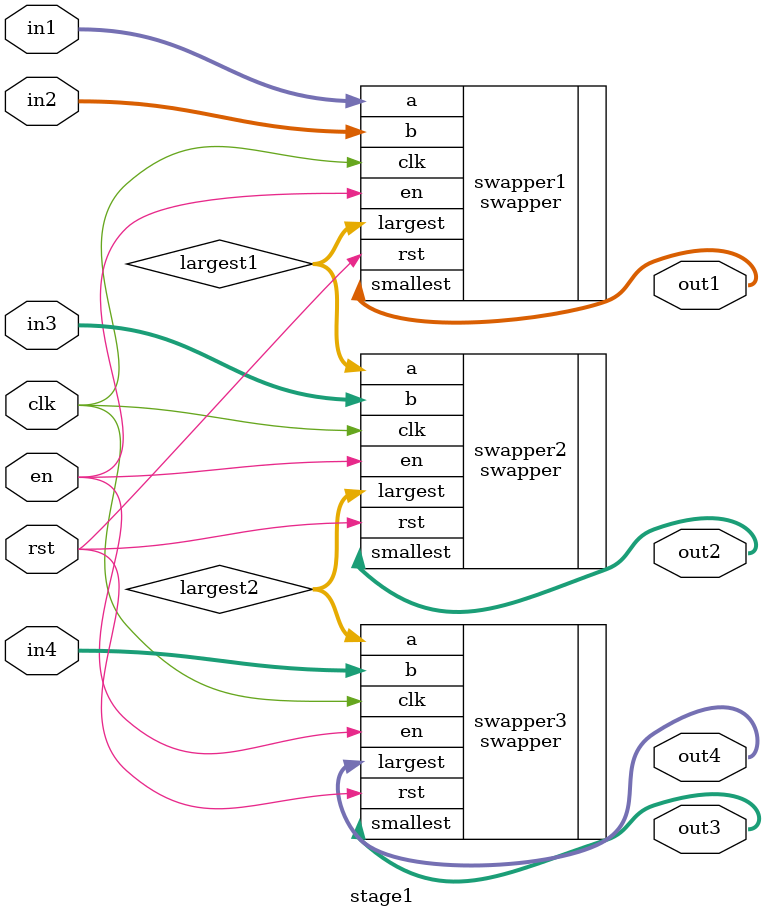
<source format=v>

module stage1#(parameter width = 8)
(
	input clk,rst,en,
	input [width-1:0]in1,in2,in3,in4, 
	output [width-1:0]out1,out2,out3,out4
);

wire [width-1:0] largest1;
wire [width-1:0] largest2;
swapper #(.width(width))swapper1
(
	.en(en),
	.clk(clk),
	.rst(rst),
	.a(in1),
	.b(in2),
	
	.smallest(out1),
	.largest(largest1)
); 

swapper #(.width(width))swapper2
(
	.en(en),
	.clk(clk),
	.rst(rst),
	.a(largest1),
	.b(in3),
	
	.smallest(out2),
	.largest(largest2)
); 

swapper #(.width(width))swapper3
(
	.en(en),
	.clk(clk),
	.rst(rst),
	.a(largest2),
	.b(in4),
	
	.smallest(out3),
	.largest(out4)
);

endmodule
</source>
